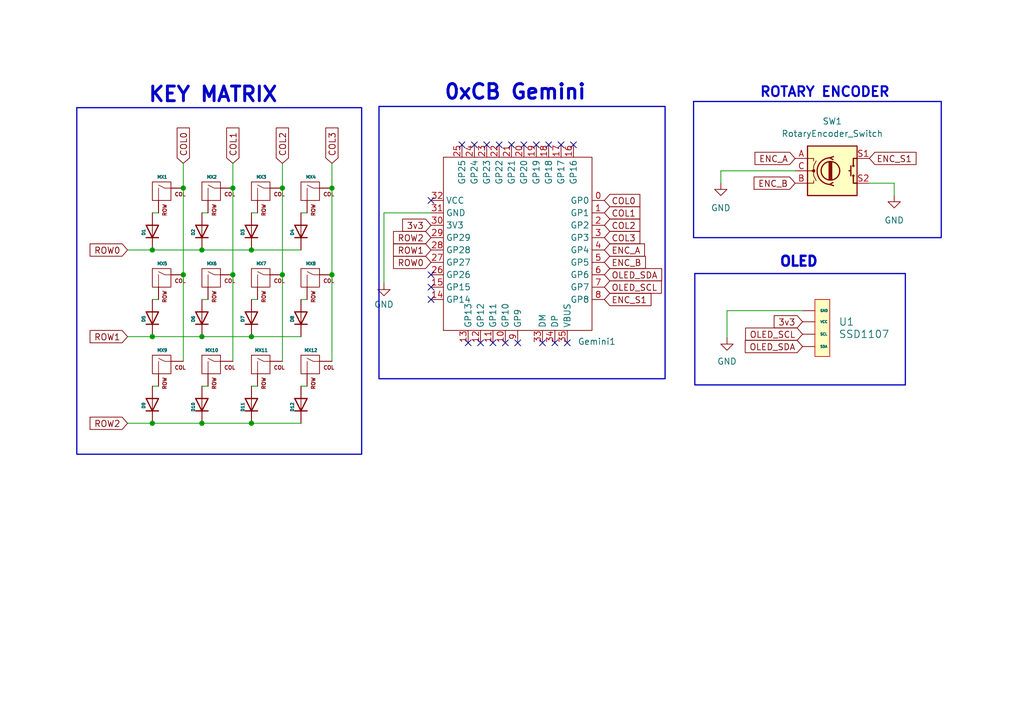
<source format=kicad_sch>
(kicad_sch (version 20250114) (generator "eeschema") (generator_version "9.0")
  (paper "A5")
  (title_block (title "JL-MP12k") (date "2025-09-01") (rev "1") (company "JALCO"))
  (lib_symbols
    (symbol "CustomSymbols:0xCB Gemini" (in_bom no)
      (property "Reference" "Gemini" (at 0 0 0))
      (symbol "0xCB Gemini_0_1"
        (rectangle (start -15.24 19.05) (end 15.24 -16.51))
      )
      (symbol "0xCB Gemini_1_1"
        (pin power_out line (at -17.78 10.16 0) (length 2.54) (name "VCC") (number "32"))
        (pin power_out line (at -17.78 7.62 0) (length 2.54) (name "GND") (number "31"))
        (pin power_out line (at -17.78 5.08 0) (length 2.54) (name "3V3") (number "30"))
        (pin bidirectional line (at -17.78 2.54 0) (length 2.54) (name "GP29") (number "29"))
        (pin bidirectional line (at -17.78 0 0) (length 2.54) (name "GP28") (number "28"))
        (pin bidirectional line (at -17.78 -2.54 0) (length 2.54) (name "GP27") (number "27"))
        (pin bidirectional line (at -17.78 -5.08 0) (length 2.54) (name "GP26") (number "26"))
        (pin bidirectional line (at -17.78 -7.62 0) (length 2.54) (name "GP15") (number "15"))
        (pin bidirectional line (at -17.78 -10.16 0) (length 2.54) (name "GP14") (number "14"))
        (pin bidirectional line (at -11.43 21.59 270) (length 2.54) (name "GP25") (number "25"))
        (pin bidirectional line (at -10.16 -19.05 90) (length 2.54) (name "GP13") (number "13"))
        (pin bidirectional line (at -8.89 21.59 270) (length 2.54) (name "GP24") (number "24"))
        (pin bidirectional line (at -7.62 -19.05 90) (length 2.54) (name "GP12") (number "12"))
        (pin bidirectional line (at -6.35 21.59 270) (length 2.54) (name "GP23") (number "23"))
        (pin bidirectional line (at -5.08 -19.05 90) (length 2.54) (name "GP11") (number "11"))
        (pin bidirectional line (at -3.81 21.59 270) (length 2.54) (name "GP22") (number "22"))
        (pin bidirectional line (at -2.54 -19.05 90) (length 2.54) (name "GP10") (number "10"))
        (pin bidirectional line (at -1.27 21.59 270) (length 2.54) (name "GP21") (number "21"))
        (pin bidirectional line (at 0 -19.05 90) (length 2.54) (name "GP9") (number "9"))
        (pin bidirectional line (at 1.27 21.59 270) (length 2.54) (name "GP20") (number "20"))
        (pin bidirectional line (at 3.81 21.59 270) (length 2.54) (name "GP19") (number "19"))
        (pin bidirectional line (at 5.08 -19.05 90) (length 2.54) (name "DM") (number "33"))
        (pin bidirectional line (at 6.35 21.59 270) (length 2.54) (name "GP18") (number "18"))
        (pin bidirectional line (at 7.62 -19.05 90) (length 2.54) (name "DP") (number "34"))
        (pin bidirectional line (at 8.89 21.59 270) (length 2.54) (name "GP17") (number "17"))
        (pin bidirectional line (at 10.16 -19.05 90) (length 2.54) (name "VBUS") (number "35"))
        (pin bidirectional line (at 11.43 21.59 270) (length 2.54) (name "GP16") (number "16"))
        (pin bidirectional line (at 17.78 10.16 180) (length 2.54) (name "GP0") (number "0"))
        (pin bidirectional line (at 17.78 7.62 180) (length 2.54) (name "GP1") (number "1"))
        (pin bidirectional line (at 17.78 5.08 180) (length 2.54) (name "GP2") (number "2"))
        (pin bidirectional line (at 17.78 2.54 180) (length 2.54) (name "GP3") (number "3"))
        (pin bidirectional line (at 17.78 0 180) (length 2.54) (name "GP4") (number "4"))
        (pin bidirectional line (at 17.78 -2.54 180) (length 2.54) (name "GP5") (number "5"))
        (pin bidirectional line (at 17.78 -5.08 180) (length 2.54) (name "GP6") (number "6"))
        (pin bidirectional line (at 17.78 -7.62 180) (length 2.54) (name "GP7") (number "7"))
        (pin bidirectional line (at 17.78 -10.16 180) (length 2.54) (name "GP8") (number "8"))
      )
    )
    (symbol "CustomSymbols:SSD1306" (pin_numbers (hide yes)) (pin_names (offset 1.016))
      (property "Reference" "U" (at 2.286 -6.858 0))
      (property "Value" "SSD1306" (at 4.572 0.254 90))
      (symbol "SSD1306_1_1"
        (rectangle (start 0 6.096) (end 3.048 -5.588) (stroke (width 0) (color 194 0 0 1)) (fill (type color) (color 255 255 194 1)))
        (pin input line (at -2.54 3.81 0) (length 2.54) (name "GND") (number "1"))
        (pin input line (at -2.54 1.524 0) (length 2.54) (name "VCC") (number "2"))
        (pin input line (at -2.54 -1.016 0) (length 2.54) (name "SCL") (number "3"))
        (pin input line (at -2.54 -3.556 0) (length 2.54) (name "SDA") (number "4"))
      )
    )
    (symbol "Device:RotaryEncoder_Switch" (pin_names (offset 0.254) (hide yes))
      (property "Reference" "SW" (at 0 6.604 0))
      (property "Value" "RotaryEncoder_Switch" (at 0 -6.604 0))
      (symbol "RotaryEncoder_Switch_0_1"
        (rectangle (start -5.08 5.08) (end 5.08 -5.08) (stroke (width 0.254)) (fill (type background)))
        (polyline (pts (xy -5.08 2.54) (xy -3.81 2.54) (xy -3.81 2.032)))
        (polyline (pts (xy -5.08 0) (xy -3.81 0) (xy -3.81 -1.016) (xy -3.302 -2.032)))
        (polyline (pts (xy -5.08 -2.54) (xy -3.81 -2.54) (xy -3.81 -2.032)))
        (polyline (pts (xy -4.318 0) (xy -3.81 0) (xy -3.81 1.016) (xy -3.302 2.032)))
        (circle (center -3.81 0) (radius 0.254) (fill (type outline)))
        (polyline (pts (xy -0.635 -1.778) (xy -0.635 1.778)) (stroke (width 0.254)))
        (circle (center -0.381 0) (radius 1.905) (stroke (width 0.254)))
        (polyline (pts (xy -0.381 -1.778) (xy -0.381 1.778)) (stroke (width 0.254)))
        (arc (start -0.381 -2.794) (mid -3.0988 -0.0635) (end -0.381 2.667) (stroke (width 0.254)))
        (polyline (pts (xy -0.127 1.778) (xy -0.127 -1.778)) (stroke (width 0.254)))
        (polyline (pts (xy 0.254 2.921) (xy -0.508 2.667) (xy 0.127 2.286)) (stroke (width 0.254)))
        (polyline (pts (xy 0.254 -3.048) (xy -0.508 -2.794) (xy 0.127 -2.413)) (stroke (width 0.254)))
        (polyline (pts (xy 3.81 1.016) (xy 3.81 -1.016)) (stroke (width 0.254)))
        (polyline (pts (xy 3.81 0) (xy 3.429 0)) (stroke (width 0.254)))
        (circle (center 4.318 1.016) (radius 0.127) (stroke (width 0.254)))
        (circle (center 4.318 -1.016) (radius 0.127) (stroke (width 0.254)))
        (polyline (pts (xy 5.08 2.54) (xy 4.318 2.54) (xy 4.318 1.016)) (stroke (width 0.254)))
        (polyline (pts (xy 5.08 -2.54) (xy 4.318 -2.54) (xy 4.318 -1.016)) (stroke (width 0.254)))
      )
      (symbol "RotaryEncoder_Switch_1_1"
        (pin passive line (at -7.62 2.54 0) (length 2.54) (name "A") (number "A"))
        (pin passive line (at -7.62 0 0) (length 2.54) (name "C") (number "C"))
        (pin passive line (at -7.62 -2.54 0) (length 2.54) (name "B") (number "B"))
        (pin passive line (at 7.62 2.54 180) (length 2.54) (name "S1") (number "S1"))
        (pin passive line (at 7.62 -2.54 180) (length 2.54) (name "S2") (number "S2"))
      )
    )
    (symbol "Diode:1N4148W" (pin_numbers (hide yes)) (pin_names (hide yes))
      (property "Reference" "D" (at 0 2.54 0))
      (property "Value" "1N4148W" (at 0 -2.54 0))
      (symbol "1N4148W_0_1"
        (polyline (pts (xy -1.27 1.27) (xy -1.27 -1.27)) (stroke (width 0.254)))
        (polyline (pts (xy 1.27 1.27) (xy 1.27 -1.27) (xy -1.27 0) (xy 1.27 1.27)) (stroke (width 0.254)))
        (polyline (pts (xy 1.27 0) (xy -1.27 0)))
      )
      (symbol "1N4148W_1_1"
        (pin passive line (at -3.81 0 0) (length 2.54) (name "K") (number "1"))
        (pin passive line (at 3.81 0 180) (length 2.54) (name "A") (number "2"))
      )
    )
    (symbol "MX_Alps_Hybrid:MX-NoLED" (pin_names (offset 1.016))
      (property "Reference" "MX" (at -0.635 3.81 0))
      (property "Value" "MX-NoLED" (at -0.635 1.27 0))
      (symbol "MX-NoLED_0_0"
        (rectangle (start -2.54 2.54) (end 1.27 -1.27))
        (polyline (pts (xy -1.27 -1.27) (xy -1.27 1.27)) (stroke (width 0.127)))
        (polyline (pts (xy 1.27 1.27) (xy 0 1.27) (xy -1.27 1.905)) (stroke (width 0.127)))
        (text "ROW" (at 0 -1.905 900) (effects (font (size 0.762 0.762)) (justify right)))
        (text "COL" (at 3.175 0 0) (effects (font (size 0.762 0.762))))
      )
      (symbol "MX-NoLED_1_1"
        (pin passive line (at -1.27 -3.81 90) (length 2.54) (name "ROW") (number "2"))
        (pin passive line (at 3.81 1.27 180) (length 2.54) (name "COL") (number "1"))
      )
    )
    (symbol "power:GND" (power) (pin_numbers (hide yes)) (pin_names (offset 0) (hide yes))
      (property "Value" "GND" (at 0 -3.81 0))
      (symbol "GND_0_1"
        (polyline (pts (xy 0 0) (xy 0 -1.27) (xy 1.27 -1.27) (xy 0 -2.54) (xy -1.27 -1.27) (xy 0 -1.27)))
      )
      (symbol "GND_1_1"
        (pin power_in line (at 0 0 270) (length 0) (name "~") (number "1"))
      )
    )
  )
  (rectangle (start 77.724 21.844) (end 136.398 77.724) (stroke (width 0.25)))
  (rectangle (start 15.748 22.098) (end 74.168 93.218) (stroke (width 0.25)))
  (rectangle (start 142.24 20.828) (end 193.04 48.768) (stroke (width 0.25)))
  (rectangle (start 142.494 56.134) (end 185.674 78.994) (stroke (width 0.25)))
  (text "OLED" (at 163.83 53.848 0) (effects (font (size 2 2) (thickness 0.6) (bold yes))))
  (text "0xCB Gemini" (at 105.664 19.05 0) (effects (font (size 3 3) (thickness 0.6) (bold yes))))
  (text "KEY MATRIX" (at 43.688 19.558 0) (effects (font (size 3 3) (thickness 0.6) (bold yes))))
  (text "ROTARY ENCODER" (at 169.164 19.05 0) (effects (font (size 2 2) (thickness 0.4) (bold yes))))
  (junction (at 41.402 86.868))
  (junction (at 41.402 69.088))
  (junction (at 47.752 38.608))
  (junction (at 57.912 56.388))
  (junction (at 57.912 38.608))
  (junction (at 51.562 51.308))
  (junction (at 31.242 51.308))
  (junction (at 41.402 51.308))
  (junction (at 31.242 86.868))
  (junction (at 68.072 56.388))
  (junction (at 37.592 56.388))
  (junction (at 31.242 69.088))
  (junction (at 68.072 38.608))
  (junction (at 51.562 86.868))
  (junction (at 47.752 56.388))
  (junction (at 51.562 69.088))
  (junction (at 37.592 38.608))
  (no_connect (at 98.552 70.358))
  (no_connect (at 97.282 29.718))
  (no_connect (at 117.602 29.718))
  (no_connect (at 106.172 70.358))
  (no_connect (at 88.392 41.148))
  (no_connect (at 107.442 29.718))
  (no_connect (at 112.522 29.718))
  (no_connect (at 99.822 29.718))
  (no_connect (at 115.062 29.718))
  (no_connect (at 109.982 29.718))
  (no_connect (at 111.252 70.358))
  (no_connect (at 96.012 70.358))
  (no_connect (at 88.392 56.388))
  (no_connect (at 104.902 29.718))
  (no_connect (at 103.632 70.358))
  (no_connect (at 113.792 70.358))
  (no_connect (at 88.392 58.928))
  (no_connect (at 94.742 29.718))
  (no_connect (at 101.092 70.358))
  (no_connect (at 88.392 61.468))
  (no_connect (at 116.332 70.358))
  (no_connect (at 102.362 29.718))
  (wire (pts (xy 31.242 86.868) (xy 41.402 86.868)))
  (wire (pts (xy 61.722 43.688) (xy 62.992 43.688)))
  (wire (pts (xy 51.562 43.688) (xy 52.832 43.688)))
  (wire (pts (xy 57.912 33.528) (xy 57.912 38.608)))
  (wire (pts (xy 78.74 43.688) (xy 78.74 58.166)))
  (wire (pts (xy 26.162 86.868) (xy 31.242 86.868)))
  (wire (pts (xy 31.242 61.468) (xy 32.512 61.468)))
  (wire (pts (xy 57.912 56.388) (xy 57.912 74.168)))
  (wire (pts (xy 68.072 56.388) (xy 68.072 74.168)))
  (wire (pts (xy 37.592 38.608) (xy 37.592 56.388)))
  (wire (pts (xy 61.722 79.248) (xy 62.992 79.248)))
  (wire (pts (xy 31.242 43.688) (xy 32.512 43.688)))
  (wire (pts (xy 147.828 35.052) (xy 147.828 37.592)))
  (wire (pts (xy 37.592 33.528) (xy 37.592 38.608)))
  (wire (pts (xy 61.722 61.468) (xy 62.992 61.468)))
  (wire (pts (xy 51.562 51.308) (xy 61.722 51.308)))
  (wire (pts (xy 47.752 38.608) (xy 47.752 56.388)))
  (wire (pts (xy 51.562 61.468) (xy 52.832 61.468)))
  (wire (pts (xy 51.562 79.248) (xy 52.832 79.248)))
  (wire (pts (xy 68.072 38.608) (xy 68.072 56.388)))
  (wire (pts (xy 51.562 69.088) (xy 61.722 69.088)))
  (wire (pts (xy 37.592 56.388) (xy 37.592 74.168)))
  (wire (pts (xy 31.242 51.308) (xy 41.402 51.308)))
  (wire (pts (xy 47.752 56.388) (xy 47.752 74.168)))
  (wire (pts (xy 57.912 38.608) (xy 57.912 56.388)))
  (wire (pts (xy 26.162 51.308) (xy 31.242 51.308)))
  (wire (pts (xy 149.098 63.754) (xy 149.098 69.342)))
  (wire (pts (xy 41.402 86.868) (xy 51.562 86.868)))
  (wire (pts (xy 31.242 79.248) (xy 32.512 79.248)))
  (wire (pts (xy 149.098 63.754) (xy 164.592 63.754)))
  (wire (pts (xy 51.562 86.868) (xy 61.722 86.868)))
  (wire (pts (xy 163.068 35.052) (xy 147.828 35.052)))
  (wire (pts (xy 183.388 37.592) (xy 183.388 40.132)))
  (wire (pts (xy 41.402 69.088) (xy 51.562 69.088)))
  (wire (pts (xy 41.402 51.308) (xy 51.562 51.308)))
  (wire (pts (xy 26.162 69.088) (xy 31.242 69.088)))
  (wire (pts (xy 41.402 61.468) (xy 42.672 61.468)))
  (wire (pts (xy 31.242 69.088) (xy 41.402 69.088)))
  (wire (pts (xy 41.402 43.688) (xy 42.672 43.688)))
  (wire (pts (xy 68.072 33.528) (xy 68.072 38.608)))
  (wire (pts (xy 88.392 43.688) (xy 78.74 43.688)))
  (wire (pts (xy 47.752 33.528) (xy 47.752 38.608)))
  (wire (pts (xy 178.308 37.592) (xy 183.388 37.592)))
  (wire (pts (xy 41.402 79.248) (xy 42.672 79.248)))
  (global_label "ROW2" (shape input) (at 26.162 86.868 180) (property "Intersheetrefs" "${INTERSHEET_REFS}" (effects (hide yes))))
  (global_label "OLED_SCL" (shape input) (at 164.592 68.58 180) (property "Intersheetrefs" "${INTERSHEET_REFS}" (effects (hide yes))))
  (global_label "COL3" (shape input) (at 123.952 48.768 0) (property "Intersheetrefs" "${INTERSHEET_REFS}" (effects (hide yes))))
  (global_label "ROW0" (shape input) (at 26.162 51.308 180) (property "Intersheetrefs" "${INTERSHEET_REFS}" (effects (hide yes))))
  (global_label "ENC_A" (shape input) (at 123.952 51.308 0) (property "Intersheetrefs" "${INTERSHEET_REFS}" (effects (hide yes))))
  (global_label "ROW1" (shape input) (at 88.392 51.308 180) (property "Intersheetrefs" "${INTERSHEET_REFS}" (effects (hide yes))))
  (global_label "OLED_SDA" (shape input) (at 164.592 71.12 180) (property "Intersheetrefs" "${INTERSHEET_REFS}" (effects (hide yes))))
  (global_label "ENC_S1" (shape input) (at 123.952 61.468 0) (property "Intersheetrefs" "${INTERSHEET_REFS}" (effects (hide yes))))
  (global_label "COL1" (shape input) (at 47.752 33.528 90) (property "Intersheetrefs" "${INTERSHEET_REFS}" (effects (hide yes))))
  (global_label "COL3" (shape input) (at 68.072 33.528 90) (property "Intersheetrefs" "${INTERSHEET_REFS}" (effects (hide yes))))
  (global_label "ENC_B" (shape input) (at 123.952 53.848 0) (property "Intersheetrefs" "${INTERSHEET_REFS}" (effects (hide yes))))
  (global_label "COL0" (shape input) (at 123.952 41.148 0) (property "Intersheetrefs" "${INTERSHEET_REFS}" (effects (hide yes))))
  (global_label "COL2" (shape input) (at 123.952 46.228 0) (property "Intersheetrefs" "${INTERSHEET_REFS}" (effects (hide yes))))
  (global_label "ENC_S1" (shape input) (at 178.308 32.512 0) (property "Intersheetrefs" "${INTERSHEET_REFS}" (effects (hide yes))))
  (global_label "ENC_A" (shape input) (at 163.068 32.512 180) (property "Intersheetrefs" "${INTERSHEET_REFS}" (effects (hide yes))))
  (global_label "COL1" (shape input) (at 123.952 43.688 0) (property "Intersheetrefs" "${INTERSHEET_REFS}" (effects (hide yes))))
  (global_label "ROW0" (shape input) (at 88.392 53.848 180) (property "Intersheetrefs" "${INTERSHEET_REFS}" (effects (hide yes))))
  (global_label "ROW2" (shape input) (at 88.392 48.768 180) (property "Intersheetrefs" "${INTERSHEET_REFS}" (effects (hide yes))))
  (global_label "OLED_SCL" (shape input) (at 123.952 58.928 0) (property "Intersheetrefs" "${INTERSHEET_REFS}" (effects (hide yes))))
  (global_label "ROW1" (shape input) (at 26.162 69.088 180) (property "Intersheetrefs" "${INTERSHEET_REFS}" (effects (hide yes))))
  (global_label "3v3" (shape input) (at 164.592 66.04 180) (property "Intersheetrefs" "${INTERSHEET_REFS}" (effects (hide yes))))
  (global_label "COL0" (shape input) (at 37.592 33.528 90) (property "Intersheetrefs" "${INTERSHEET_REFS}" (effects (hide yes))))
  (global_label "COL2" (shape input) (at 57.912 33.528 90) (property "Intersheetrefs" "${INTERSHEET_REFS}" (effects (hide yes))))
  (global_label "OLED_SDA" (shape input) (at 123.952 56.388 0) (property "Intersheetrefs" "${INTERSHEET_REFS}" (effects (hide yes))))
  (global_label "ENC_B" (shape input) (at 163.068 37.592 180) (property "Intersheetrefs" "${INTERSHEET_REFS}" (effects (hide yes))))
  (global_label "3v3" (shape input) (at 88.392 46.228 180) (property "Intersheetrefs" "${INTERSHEET_REFS}" (effects (hide yes))))
  (symbol (lib_id "MX_Alps_Hybrid:MX-NoLED") (at 33.782 57.658 0) (unit 1)
    (property "Reference" "MX5" (at 33.274 54.102 0) (effects (font (size 0.65 0.65))))
    (property "Value" "MX-NoLED" (effects (hide yes)))
    (property "Footprint" "PCM_Switch_Keyboard_Hotswap_Kailh:SW_Hotswap_Kailh_MX" (effects (hide yes)))
    (property "Description" "Kalih MX Hotswap Sockets" (effects (hide yes)))
    (property "JLCPCB Part #" "C2803348" (effects (hide yes)))
    (property "LCSC Part #" "C2803348" (effects (hide yes)))
  )
  (symbol (lib_id "MX_Alps_Hybrid:MX-NoLED") (at 33.782 75.438 0) (unit 1)
    (property "Reference" "MX9" (at 33.274 71.882 0) (effects (font (size 0.65 0.65))))
    (property "Value" "MX-NoLED" (effects (hide yes)))
    (property "Footprint" "PCM_Switch_Keyboard_Hotswap_Kailh:SW_Hotswap_Kailh_MX" (effects (hide yes)))
    (property "Description" "Kalih MX Hotswap Sockets" (effects (hide yes)))
    (property "JLCPCB Part #" "C2803348" (effects (hide yes)))
    (property "LCSC Part #" "C2803348" (effects (hide yes)))
  )
  (symbol (lib_id "Diode:1N4148W") (at 61.722 47.498 90) (unit 1)
    (property "Reference" "D4" (at 59.944 46.99 0) (effects (font (size 0.64 0.64)) (justify right)))
    (property "Value" "1N4148W" (effects (hide yes)))
    (property "Footprint" "Diode_SMD:D_SOD-123_ALT" (effects (hide yes)))
    (property "Datasheet" "https://www.vishay.com/docs/85748/1n4148w.pdf" (effects (hide yes)))
    (property "Description" "75V 0.15A Fast Switching Diode, SOD-123" (effects (hide yes)))
    (property "Sim.Device" "D" (effects (hide yes)))
    (property "Sim.Pins" "1=K 2=A" (effects (hide yes)))
    (property "LCSC" "C77978" (effects (hide yes)))
    (property "JLCPCB Part #" "C77978" (effects (hide yes)))
    (property "LCSC Part #" "C77978" (effects (hide yes)))
  )
  (symbol (lib_id "Diode:1N4148W") (at 41.402 83.058 90) (unit 1)
    (property "Reference" "D10" (at 39.624 82.55 0) (effects (font (size 0.64 0.64)) (justify right)))
    (property "Value" "1N4148W" (effects (hide yes)))
    (property "Footprint" "Diode_SMD:D_SOD-123_ALT" (effects (hide yes)))
    (property "Datasheet" "https://www.vishay.com/docs/85748/1n4148w.pdf" (effects (hide yes)))
    (property "Description" "75V 0.15A Fast Switching Diode, SOD-123" (effects (hide yes)))
    (property "Sim.Device" "D" (effects (hide yes)))
    (property "Sim.Pins" "1=K 2=A" (effects (hide yes)))
    (property "LCSC" "C77978" (effects (hide yes)))
    (property "JLCPCB Part #" "C77978" (effects (hide yes)))
    (property "LCSC Part #" "C77978" (effects (hide yes)))
  )
  (symbol (lib_id "MX_Alps_Hybrid:MX-NoLED") (at 54.102 57.658 0) (unit 1)
    (property "Reference" "MX7" (at 53.594 54.102 0) (effects (font (size 0.65 0.65))))
    (property "Value" "MX-NoLED" (effects (hide yes)))
    (property "Footprint" "PCM_Switch_Keyboard_Hotswap_Kailh:SW_Hotswap_Kailh_MX" (effects (hide yes)))
    (property "Description" "Kalih MX Hotswap Sockets" (effects (hide yes)))
    (property "JLCPCB Part #" "C2803348" (effects (hide yes)))
    (property "LCSC Part #" "C2803348" (effects (hide yes)))
  )
  (symbol (lib_id "MX_Alps_Hybrid:MX-NoLED") (at 54.102 39.878 0) (unit 1)
    (property "Reference" "MX3" (at 53.594 36.322 0) (effects (font (size 0.65 0.65))))
    (property "Value" "MX-NoLED" (effects (hide yes)))
    (property "Footprint" "PCM_Switch_Keyboard_Hotswap_Kailh:SW_Hotswap_Kailh_MX" (effects (hide yes)))
    (property "Description" "Kalih MX Hotswap Sockets" (effects (hide yes)))
    (property "JLCPCB Part #" "C2803348" (effects (hide yes)))
    (property "LCSC Part #" "C2803348" (effects (hide yes)))
  )
  (symbol (lib_id "MX_Alps_Hybrid:MX-NoLED") (at 54.102 75.438 0) (unit 1)
    (property "Reference" "MX11" (at 53.594 71.882 0) (effects (font (size 0.65 0.65))))
    (property "Value" "MX-NoLED" (effects (hide yes)))
    (property "Footprint" "PCM_Switch_Keyboard_Hotswap_Kailh:SW_Hotswap_Kailh_MX" (effects (hide yes)))
    (property "Description" "Kalih MX Hotswap Sockets" (effects (hide yes)))
    (property "JLCPCB Part #" "C2803348" (effects (hide yes)))
    (property "LCSC Part #" "C2803348" (effects (hide yes)))
  )
  (symbol (lib_id "MX_Alps_Hybrid:MX-NoLED") (at 43.942 39.878 0) (unit 1)
    (property "Reference" "MX2" (at 43.434 36.322 0) (effects (font (size 0.65 0.65))))
    (property "Value" "MX-NoLED" (effects (hide yes)))
    (property "Footprint" "PCM_Switch_Keyboard_Hotswap_Kailh:SW_Hotswap_Kailh_MX" (effects (hide yes)))
    (property "Description" "Kalih MX Hotswap Sockets" (effects (hide yes)))
    (property "JLCPCB Part #" "C2803348" (effects (hide yes)))
    (property "LCSC Part #" "C2803348" (effects (hide yes)))
  )
  (symbol (lib_id "power:GND") (at 183.388 40.132 0) (unit 1)
    (property "Reference" "#PWR01" (effects (hide yes)))
    (property "Value" "GND" (at 183.388 45.212 0))
    (property "Description" "Power symbol creates a global label with name \"GND\" , ground" (effects (hide yes)))
  )
  (symbol (lib_id "CustomSymbols:SSD1306") (at 167.132 67.564 0) (unit 1) (in_bom no)
    (property "Reference" "U1" (at 171.958 66.0399 0) (effects (font (size 1.524 1.524)) (justify left)))
    (property "Value" "SSD1107" (at 171.958 68.5799 0) (effects (font (size 1.524 1.524)) (justify left)))
    (property "Footprint" "CustomFootprints:OLED 4PIN 64×128 SSD1107" (effects (hide yes)))
  )
  (symbol (lib_id "power:GND") (at 149.098 69.342 0) (unit 1)
    (property "Reference" "#PWR02" (effects (hide yes)))
    (property "Value" "GND" (at 149.098 74.168 0))
    (property "Description" "Power symbol creates a global label with name \"GND\" , ground" (effects (hide yes)))
  )
  (symbol (lib_id "MX_Alps_Hybrid:MX-NoLED") (at 33.782 39.878 0) (unit 1)
    (property "Reference" "MX1" (at 33.274 36.322 0) (effects (font (size 0.65 0.65))))
    (property "Value" "MX-NoLED" (effects (hide yes)))
    (property "Footprint" "PCM_Switch_Keyboard_Hotswap_Kailh:SW_Hotswap_Kailh_MX" (effects (hide yes)))
    (property "Description" "Kalih MX Hotswap Sockets" (effects (hide yes)))
    (property "LCSC" "C2803348" (effects (hide yes)))
    (property "JLCPCB Part #" "C2803348" (effects (hide yes)))
    (property "LCSC Part #" "C2803348" (effects (hide yes)))
  )
  (symbol (lib_id "Diode:1N4148W") (at 61.722 83.058 90) (unit 1)
    (property "Reference" "D12" (at 59.944 82.55 0) (effects (font (size 0.64 0.64)) (justify right)))
    (property "Value" "1N4148W" (effects (hide yes)))
    (property "Footprint" "Diode_SMD:D_SOD-123_ALT" (effects (hide yes)))
    (property "Datasheet" "https://www.vishay.com/docs/85748/1n4148w.pdf" (effects (hide yes)))
    (property "Description" "75V 0.15A Fast Switching Diode, SOD-123" (effects (hide yes)))
    (property "Sim.Device" "D" (effects (hide yes)))
    (property "Sim.Pins" "1=K 2=A" (effects (hide yes)))
    (property "LCSC" "C77978" (effects (hide yes)))
    (property "JLCPCB Part #" "C77978" (effects (hide yes)))
    (property "LCSC Part #" "C77978" (effects (hide yes)))
  )
  (symbol (lib_id "Diode:1N4148W") (at 31.242 83.058 90) (unit 1)
    (property "Reference" "D9" (at 29.464 82.55 0) (effects (font (size 0.64 0.64)) (justify right)))
    (property "Value" "1N4148W" (effects (hide yes)))
    (property "Footprint" "Diode_SMD:D_SOD-123_ALT" (effects (hide yes)))
    (property "Datasheet" "https://www.vishay.com/docs/85748/1n4148w.pdf" (effects (hide yes)))
    (property "Description" "75V 0.15A Fast Switching Diode, SOD-123" (effects (hide yes)))
    (property "Sim.Device" "D" (effects (hide yes)))
    (property "Sim.Pins" "1=K 2=A" (effects (hide yes)))
    (property "LCSC" "C77978" (effects (hide yes)))
    (property "JLCPCB Part #" "C77978" (effects (hide yes)))
    (property "LCSC Part #" "C77978" (effects (hide yes)))
  )
  (symbol (lib_id "Diode:1N4148W") (at 41.402 65.278 90) (unit 1)
    (property "Reference" "D6" (at 39.624 64.77 0) (effects (font (size 0.64 0.64)) (justify right)))
    (property "Value" "1N4148W" (effects (hide yes)))
    (property "Footprint" "Diode_SMD:D_SOD-123_ALT" (effects (hide yes)))
    (property "Datasheet" "https://www.vishay.com/docs/85748/1n4148w.pdf" (effects (hide yes)))
    (property "Description" "75V 0.15A Fast Switching Diode, SOD-123" (effects (hide yes)))
    (property "Sim.Device" "D" (effects (hide yes)))
    (property "Sim.Pins" "1=K 2=A" (effects (hide yes)))
    (property "LCSC" "C77978" (effects (hide yes)))
    (property "JLCPCB Part #" "C77978" (effects (hide yes)))
    (property "LCSC Part #" "C77978" (effects (hide yes)))
  )
  (symbol (lib_id "Diode:1N4148W") (at 41.402 47.498 90) (unit 1)
    (property "Reference" "D2" (at 39.624 46.99 0) (effects (font (size 0.64 0.64)) (justify right)))
    (property "Value" "1N4148W" (effects (hide yes)))
    (property "Footprint" "Diode_SMD:D_SOD-123_ALT" (effects (hide yes)))
    (property "Datasheet" "https://www.vishay.com/docs/85748/1n4148w.pdf" (effects (hide yes)))
    (property "Description" "75V 0.15A Fast Switching Diode, SOD-123" (effects (hide yes)))
    (property "Sim.Device" "D" (effects (hide yes)))
    (property "Sim.Pins" "1=K 2=A" (effects (hide yes)))
    (property "LCSC" "C77978" (effects (hide yes)))
    (property "JLCPCB Part #" "C77978" (effects (hide yes)))
    (property "LCSC Part #" "C77978" (effects (hide yes)))
  )
  (symbol (lib_id "Diode:1N4148W") (at 61.722 65.278 90) (unit 1)
    (property "Reference" "D8" (at 59.944 64.77 0) (effects (font (size 0.64 0.64)) (justify right)))
    (property "Value" "1N4148W" (effects (hide yes)))
    (property "Footprint" "Diode_SMD:D_SOD-123_ALT" (effects (hide yes)))
    (property "Datasheet" "https://www.vishay.com/docs/85748/1n4148w.pdf" (effects (hide yes)))
    (property "Description" "75V 0.15A Fast Switching Diode, SOD-123" (effects (hide yes)))
    (property "Sim.Device" "D" (effects (hide yes)))
    (property "Sim.Pins" "1=K 2=A" (effects (hide yes)))
    (property "LCSC" "C77978" (effects (hide yes)))
    (property "JLCPCB Part #" "C77978" (effects (hide yes)))
    (property "LCSC Part #" "C77978" (effects (hide yes)))
  )
  (symbol (lib_id "Device:RotaryEncoder_Switch") (at 170.688 35.052 0) (unit 1) (in_bom no)
    (property "Reference" "SW1" (at 170.688 24.892 0))
    (property "Value" "RotaryEncoder_Switch" (at 170.688 27.432 0))
    (property "Footprint" "Rotary_Encoder:RotaryEncoder_Alps_EC11E-Switch_Vertical_H20mm" (effects (hide yes)))
    (property "Description" "EC11 Rotary Encoder" (effects (hide yes)))
    (property "LCSC Part #" "C361165" (effects (hide yes)))
    (property "JLCPCB Part #" "C361165" (effects (hide yes)))
  )
  (symbol (lib_id "Diode:1N4148W") (at 51.562 47.498 90) (unit 1)
    (property "Reference" "D3" (at 49.784 46.99 0) (effects (font (size 0.64 0.64)) (justify right)))
    (property "Value" "1N4148W" (effects (hide yes)))
    (property "Footprint" "Diode_SMD:D_SOD-123_ALT" (effects (hide yes)))
    (property "Datasheet" "https://www.vishay.com/docs/85748/1n4148w.pdf" (effects (hide yes)))
    (property "Description" "75V 0.15A Fast Switching Diode, SOD-123" (effects (hide yes)))
    (property "Sim.Device" "D" (effects (hide yes)))
    (property "Sim.Pins" "1=K 2=A" (effects (hide yes)))
    (property "LCSC" "C77978" (effects (hide yes)))
    (property "JLCPCB Part #" "C77978" (effects (hide yes)))
    (property "LCSC Part #" "C77978" (effects (hide yes)))
  )
  (symbol (lib_id "CustomSymbols:0xCB Gemini") (at 106.172 51.308 0) (unit 1) (in_bom no)
    (property "Reference" "Gemini1" (at 118.4753 70.104 0) (effects (justify left)))
    (property "Footprint" "CustomFootprints:0xCB Gemini" (effects (hide yes)))
    (property "Description" "0xCB Gemini" (effects (hide yes)))
  )
  (symbol (lib_id "Diode:1N4148W") (at 31.242 47.498 90) (unit 1)
    (property "Reference" "D1" (at 29.464 46.99 0) (effects (font (size 0.64 0.64)) (justify right)))
    (property "Value" "1N4148W" (effects (hide yes)))
    (property "Footprint" "Diode_SMD:D_SOD-123_ALT" (effects (hide yes)))
    (property "Datasheet" "https://www.vishay.com/docs/85748/1n4148w.pdf" (effects (hide yes)))
    (property "Description" "75V 0.15A Fast Switching Diode, SOD-123" (effects (hide yes)))
    (property "Sim.Device" "D" (effects (hide yes)))
    (property "Sim.Pins" "1=K 2=A" (effects (hide yes)))
    (property "LCSC Part #" "C77978" (effects (hide yes)))
    (property "JLCPCB Part #" "C77978" (effects (hide yes)))
  )
  (symbol (lib_id "MX_Alps_Hybrid:MX-NoLED") (at 43.942 75.438 0) (unit 1)
    (property "Reference" "MX10" (at 43.434 71.882 0) (effects (font (size 0.65 0.65))))
    (property "Value" "MX-NoLED" (effects (hide yes)))
    (property "Footprint" "PCM_Switch_Keyboard_Hotswap_Kailh:SW_Hotswap_Kailh_MX" (effects (hide yes)))
    (property "Description" "Kalih MX Hotswap Sockets" (effects (hide yes)))
    (property "JLCPCB Part #" "C2803348" (effects (hide yes)))
    (property "LCSC Part #" "C2803348" (effects (hide yes)))
  )
  (symbol (lib_id "power:GND") (at 147.828 37.592 0) (unit 1)
    (property "Reference" "#PWR03" (effects (hide yes)))
    (property "Value" "GND" (at 147.828 42.672 0))
    (property "Description" "Power symbol creates a global label with name \"GND\" , ground" (effects (hide yes)))
  )
  (symbol (lib_id "MX_Alps_Hybrid:MX-NoLED") (at 64.262 57.658 0) (unit 1)
    (property "Reference" "MX8" (at 63.754 54.102 0) (effects (font (size 0.65 0.65))))
    (property "Value" "MX-NoLED" (effects (hide yes)))
    (property "Footprint" "PCM_Switch_Keyboard_Hotswap_Kailh:SW_Hotswap_Kailh_MX" (effects (hide yes)))
    (property "Description" "Kalih MX Hotswap Sockets" (effects (hide yes)))
    (property "JLCPCB Part #" "C2803348" (effects (hide yes)))
    (property "LCSC Part #" "C2803348" (effects (hide yes)))
  )
  (symbol (lib_id "MX_Alps_Hybrid:MX-NoLED") (at 64.262 39.878 0) (unit 1)
    (property "Reference" "MX4" (at 63.754 36.322 0) (effects (font (size 0.65 0.65))))
    (property "Value" "MX-NoLED" (effects (hide yes)))
    (property "Footprint" "PCM_Switch_Keyboard_Hotswap_Kailh:SW_Hotswap_Kailh_MX" (effects (hide yes)))
    (property "Description" "Kalih MX Hotswap Sockets" (effects (hide yes)))
    (property "JLCPCB Part #" "C2803348" (effects (hide yes)))
    (property "LCSC Part #" "C2803348" (effects (hide yes)))
  )
  (symbol (lib_id "power:GND") (at 78.74 58.166 0) (unit 1)
    (property "Reference" "#PWR04" (effects (hide yes)))
    (property "Value" "GND" (at 78.74 62.484 0))
    (property "Description" "Power symbol creates a global label with name \"GND\" , ground" (effects (hide yes)))
  )
  (symbol (lib_id "MX_Alps_Hybrid:MX-NoLED") (at 64.262 75.438 0) (unit 1)
    (property "Reference" "MX12" (at 63.754 71.882 0) (effects (font (size 0.65 0.65))))
    (property "Value" "MX-NoLED" (effects (hide yes)))
    (property "Footprint" "PCM_Switch_Keyboard_Hotswap_Kailh:SW_Hotswap_Kailh_MX" (effects (hide yes)))
    (property "Description" "Kalih MX Hotswap Sockets" (effects (hide yes)))
    (property "JLCPCB Part #" "C2803348" (effects (hide yes)))
    (property "LCSC Part #" "C2803348" (effects (hide yes)))
  )
  (symbol (lib_id "Diode:1N4148W") (at 31.242 65.278 90) (unit 1)
    (property "Reference" "D5" (at 29.464 64.77 0) (effects (font (size 0.64 0.64)) (justify right)))
    (property "Value" "1N4148W" (effects (hide yes)))
    (property "Footprint" "Diode_SMD:D_SOD-123_ALT" (effects (hide yes)))
    (property "Datasheet" "https://www.vishay.com/docs/85748/1n4148w.pdf" (effects (hide yes)))
    (property "Description" "75V 0.15A Fast Switching Diode, SOD-123" (effects (hide yes)))
    (property "Sim.Device" "D" (effects (hide yes)))
    (property "Sim.Pins" "1=K 2=A" (effects (hide yes)))
    (property "LCSC" "C77978" (effects (hide yes)))
    (property "JLCPCB Part #" "C77978" (effects (hide yes)))
    (property "LCSC Part #" "C77978" (effects (hide yes)))
  )
  (symbol (lib_id "MX_Alps_Hybrid:MX-NoLED") (at 43.942 57.658 0) (unit 1)
    (property "Reference" "MX6" (at 43.434 54.102 0) (effects (font (size 0.65 0.65))))
    (property "Value" "MX-NoLED" (effects (hide yes)))
    (property "Footprint" "PCM_Switch_Keyboard_Hotswap_Kailh:SW_Hotswap_Kailh_MX" (effects (hide yes)))
    (property "Description" "Kalih MX Hotswap Sockets" (effects (hide yes)))
    (property "JLCPCB Part #" "C2803348" (effects (hide yes)))
    (property "LCSC Part #" "C2803348" (effects (hide yes)))
  )
  (symbol (lib_id "Diode:1N4148W") (at 51.562 83.058 90) (unit 1)
    (property "Reference" "D11" (at 49.784 82.55 0) (effects (font (size 0.64 0.64)) (justify right)))
    (property "Value" "1N4148W" (effects (hide yes)))
    (property "Footprint" "Diode_SMD:D_SOD-123_ALT" (effects (hide yes)))
    (property "Datasheet" "https://www.vishay.com/docs/85748/1n4148w.pdf" (effects (hide yes)))
    (property "Description" "75V 0.15A Fast Switching Diode, SOD-123" (effects (hide yes)))
    (property "Sim.Device" "D" (effects (hide yes)))
    (property "Sim.Pins" "1=K 2=A" (effects (hide yes)))
    (property "LCSC" "C77978" (effects (hide yes)))
    (property "JLCPCB Part #" "C77978" (effects (hide yes)))
    (property "LCSC Part #" "C77978" (effects (hide yes)))
  )
  (symbol (lib_id "Diode:1N4148W") (at 51.562 65.278 90) (unit 1)
    (property "Reference" "D7" (at 49.784 64.77 0) (effects (font (size 0.64 0.64)) (justify right)))
    (property "Value" "1N4148W" (effects (hide yes)))
    (property "Footprint" "Diode_SMD:D_SOD-123_ALT" (effects (hide yes)))
    (property "Datasheet" "https://www.vishay.com/docs/85748/1n4148w.pdf" (effects (hide yes)))
    (property "Description" "75V 0.15A Fast Switching Diode, SOD-123" (effects (hide yes)))
    (property "Sim.Device" "D" (effects (hide yes)))
    (property "Sim.Pins" "1=K 2=A" (effects (hide yes)))
    (property "LCSC" "C77978" (effects (hide yes)))
    (property "JLCPCB Part #" "C77978" (effects (hide yes)))
    (property "LCSC Part #" "C77978" (effects (hide yes)))
  )
)
</source>
